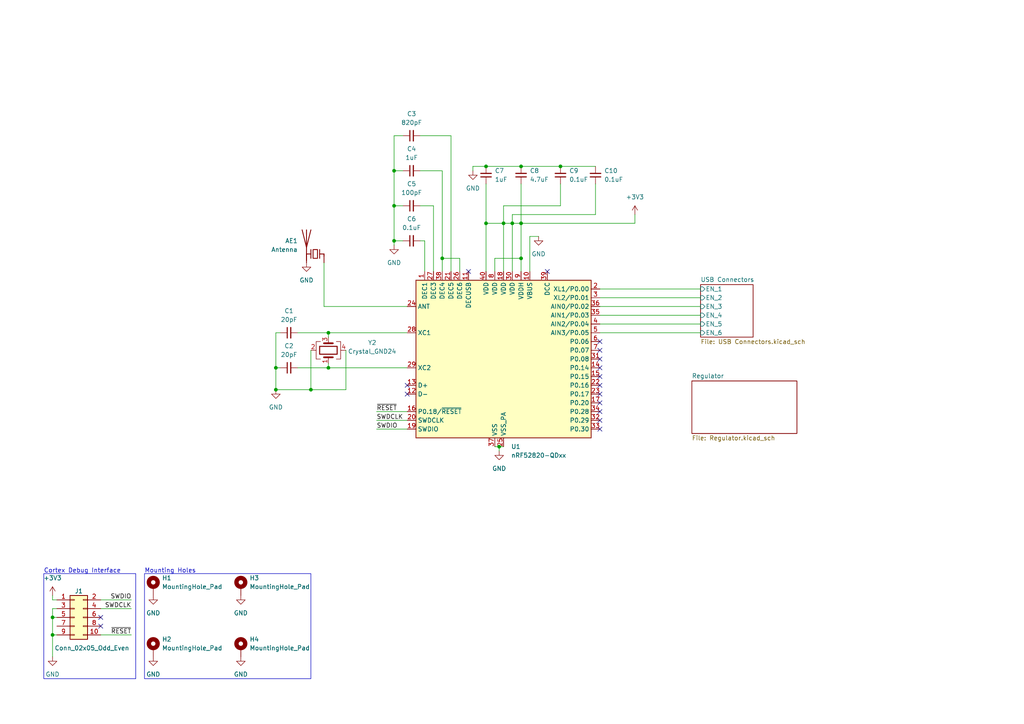
<source format=kicad_sch>
(kicad_sch (version 20230121) (generator eeschema)
  (paper "A4")
  (lib_symbols
    (symbol "Connector_Generic:Conn_02x05_Odd_Even" (pin_names (offset 1.016) hide)
      (property "Reference" "J" (at 1.27 7.62 0))
      (property "Value" "Conn_02x05_Odd_Even" (at 1.27 -7.62 0))
      (symbol "Conn_02x05_Odd_Even_1_1"
        (rectangle (start -1.27 -4.953) (end 0 -5.207) (stroke (width 0.1524)))
        (rectangle (start -1.27 -2.413) (end 0 -2.667) (stroke (width 0.1524)))
        (rectangle (start -1.27 0.127) (end 0 -0.127) (stroke (width 0.1524)))
        (rectangle (start -1.27 2.667) (end 0 2.413) (stroke (width 0.1524)))
        (rectangle (start -1.27 5.207) (end 0 4.953) (stroke (width 0.1524)))
        (rectangle (start -1.27 6.35) (end 3.81 -6.35) (stroke (width 0.254)) (fill (type background)))
        (rectangle (start 3.81 -4.953) (end 2.54 -5.207) (stroke (width 0.1524)))
        (rectangle (start 3.81 -2.413) (end 2.54 -2.667) (stroke (width 0.1524)))
        (rectangle (start 3.81 0.127) (end 2.54 -0.127) (stroke (width 0.1524)))
        (rectangle (start 3.81 2.667) (end 2.54 2.413) (stroke (width 0.1524)))
        (rectangle (start 3.81 5.207) (end 2.54 4.953) (stroke (width 0.1524)))
        (pin passive line (at -5.08 5.08 0) (length 3.81) (name "Pin_1") (number "1"))
        (pin passive line (at 7.62 -5.08 180) (length 3.81) (name "Pin_10") (number "10"))
        (pin passive line (at 7.62 5.08 180) (length 3.81) (name "Pin_2") (number "2"))
        (pin passive line (at -5.08 2.54 0) (length 3.81) (name "Pin_3") (number "3"))
        (pin passive line (at 7.62 2.54 180) (length 3.81) (name "Pin_4") (number "4"))
        (pin passive line (at -5.08 0 0) (length 3.81) (name "Pin_5") (number "5"))
        (pin passive line (at 7.62 0 180) (length 3.81) (name "Pin_6") (number "6"))
        (pin passive line (at -5.08 -2.54 0) (length 3.81) (name "Pin_7") (number "7"))
        (pin passive line (at 7.62 -2.54 180) (length 3.81) (name "Pin_8") (number "8"))
        (pin passive line (at -5.08 -5.08 0) (length 3.81) (name "Pin_9") (number "9"))
      )
    )
    (symbol "Device:Antenna_Chip" (pin_numbers hide) (pin_names (offset 1.016) hide)
      (property "Reference" "AE" (at 0 5.08 0))
      (property "Value" "Antenna_Chip" (at 0 3.175 0))
      (symbol "Antenna_Chip_0_1"
        (polyline (pts (xy -2.54 0) (xy -2.54 -0.635)) (stroke (width 0.254)))
        (polyline (pts (xy -2.54 0) (xy -1.27 0)) (stroke (width 0.254)))
        (polyline (pts (xy 1.27 0) (xy 2.54 0)) (stroke (width 0.254)))
        (polyline (pts (xy 1.27 1.27) (xy 1.27 -1.27)) (stroke (width 0.254)))
        (polyline (pts (xy 2.54 -0.635) (xy 2.54 0)))
        (polyline (pts (xy 2.54 6.985) (xy 2.54 -1.905)) (stroke (width 0.254)))
        (polyline (pts (xy -1.27 1.27) (xy -1.27 -1.27) (xy -1.27 0)) (stroke (width 0.254)))
        (polyline (pts (xy 3.81 6.985) (xy 2.54 1.905) (xy 1.27 6.985)) (stroke (width 0.254)))
        (polyline (pts (xy -0.635 1.27) (xy 0.635 1.27) (xy 0.635 -1.27) (xy -0.635 -1.27) (xy -0.635 1.27)) (stroke (width 0.254)))
      )
      (symbol "Antenna_Chip_1_1"
        (pin input line (at -2.54 -2.54 90) (length 2.54) (name "FEED") (number "1"))
        (pin passive line (at 2.54 -2.54 90) (length 2.54) (name "PCB_Trace") (number "2"))
      )
    )
    (symbol "Device:C_Small" (pin_numbers hide) (pin_names (offset 0.254) hide)
      (property "Reference" "C" (at 0.254 1.778 0))
      (property "Value" "C_Small" (at 0.254 -2.032 0))
      (symbol "C_Small_0_1"
        (polyline (pts (xy -1.524 -0.508) (xy 1.524 -0.508)) (stroke (width 0.3302)))
        (polyline (pts (xy -1.524 0.508) (xy 1.524 0.508)) (stroke (width 0.3048)))
      )
      (symbol "C_Small_1_1"
        (pin passive line (at 0 2.54 270) (length 2.032) (name "~") (number "1"))
        (pin passive line (at 0 -2.54 90) (length 2.032) (name "~") (number "2"))
      )
    )
    (symbol "Device:Crystal_GND24" (pin_names (offset 1.016) hide)
      (property "Reference" "Y" (at 3.175 5.08 0))
      (property "Value" "Crystal_GND24" (at 3.175 3.175 0))
      (symbol "Crystal_GND24_0_1"
        (rectangle (start -1.143 2.54) (end 1.143 -2.54) (stroke (width 0.3048)))
        (polyline (pts (xy -2.54 0) (xy -2.032 0)))
        (polyline (pts (xy -2.032 -1.27) (xy -2.032 1.27)) (stroke (width 0.508)))
        (polyline (pts (xy 0 -3.81) (xy 0 -3.556)))
        (polyline (pts (xy 0 3.556) (xy 0 3.81)))
        (polyline (pts (xy 2.032 -1.27) (xy 2.032 1.27)) (stroke (width 0.508)))
        (polyline (pts (xy 2.032 0) (xy 2.54 0)))
        (polyline (pts (xy -2.54 -2.286) (xy -2.54 -3.556) (xy 2.54 -3.556) (xy 2.54 -2.286)))
        (polyline (pts (xy -2.54 2.286) (xy -2.54 3.556) (xy 2.54 3.556) (xy 2.54 2.286)))
      )
      (symbol "Crystal_GND24_1_1"
        (pin passive line (at -3.81 0 0) (length 1.27) (name "1") (number "1"))
        (pin passive line (at 0 5.08 270) (length 1.27) (name "2") (number "2"))
        (pin passive line (at 3.81 0 180) (length 1.27) (name "3") (number "3"))
        (pin passive line (at 0 -5.08 90) (length 1.27) (name "4") (number "4"))
      )
    )
    (symbol "MCU_Nordic:nRF52820-QDxx"
      (property "Reference" "U" (at -2.54 0 0))
      (property "Value" "nRF52820-QDxx" (at -2.54 -2.54 0))
      (symbol "nRF52820-QDxx_0_1"
        (rectangle (start -25.4 22.86) (end 25.4 -22.86) (stroke (width 0.254)) (fill (type background)))
      )
      (symbol "nRF52820-QDxx_1_1"
        (pin passive line (at -22.86 25.4 270) (length 2.54) (name "DEC1") (number "1"))
        (pin power_in line (at 7.62 25.4 270) (length 2.54) (name "VBUS") (number "10"))
        (pin passive line (at -10.16 25.4 270) (length 2.54) (name "DECUSB") (number "11"))
        (pin bidirectional line (at -27.94 -10.16 0) (length 2.54) (name "D-") (number "12"))
        (pin bidirectional line (at -27.94 -7.62 0) (length 2.54) (name "D+") (number "13"))
        (pin bidirectional line (at 27.94 -2.54 180) (length 2.54) (name "P0.14") (number "14"))
        (pin bidirectional line (at 27.94 -5.08 180) (length 2.54) (name "P0.15") (number "15"))
        (pin bidirectional line (at -27.94 -15.24 0) (length 2.54) (name "P0.18/~{RESET}") (number "16"))
        (pin bidirectional line (at 27.94 -12.7 180) (length 2.54) (name "P0.20") (number "17"))
        (pin power_in line (at 0 25.4 270) (length 2.54) (name "VDD") (number "18"))
        (pin bidirectional line (at -27.94 -20.32 0) (length 2.54) (name "SWDIO") (number "19"))
        (pin bidirectional line (at 27.94 20.32 180) (length 2.54) (name "XL1/P0.00") (number "2"))
        (pin input line (at -27.94 -17.78 0) (length 2.54) (name "SWDCLK") (number "20"))
        (pin passive line (at -15.24 25.4 270) (length 2.54) (name "DEC5") (number "21"))
        (pin bidirectional line (at 27.94 -7.62 180) (length 2.54) (name "P0.16") (number "22"))
        (pin bidirectional line (at 27.94 -10.16 180) (length 2.54) (name "P0.17") (number "23"))
        (pin passive line (at -27.94 15.24 0) (length 2.54) (name "ANT") (number "24"))
        (pin power_in line (at 0 -25.4 90) (length 2.54) (name "VSS_PA") (number "25"))
        (pin passive line (at -12.7 25.4 270) (length 2.54) (name "DEC6") (number "26"))
        (pin passive line (at -20.32 25.4 270) (length 2.54) (name "DEC3") (number "27"))
        (pin input line (at -27.94 7.62 0) (length 2.54) (name "XC1") (number "28"))
        (pin input line (at -27.94 -2.54 0) (length 2.54) (name "XC2") (number "29"))
        (pin bidirectional line (at 27.94 17.78 180) (length 2.54) (name "XL2/P0.01") (number "3"))
        (pin power_in line (at 2.54 25.4 270) (length 2.54) (name "VDD") (number "30"))
        (pin bidirectional line (at 27.94 0 180) (length 2.54) (name "P0.08") (number "31"))
        (pin bidirectional line (at 27.94 -17.78 180) (length 2.54) (name "P0.29") (number "32"))
        (pin bidirectional line (at 27.94 -20.32 180) (length 2.54) (name "P0.30") (number "33"))
        (pin bidirectional line (at 27.94 -15.24 180) (length 2.54) (name "P0.28") (number "34"))
        (pin bidirectional line (at 27.94 12.7 180) (length 2.54) (name "AIN1/P0.03") (number "35"))
        (pin bidirectional line (at 27.94 15.24 180) (length 2.54) (name "AIN0/P0.02") (number "36"))
        (pin power_in line (at -2.54 -25.4 90) (length 2.54) (name "VSS") (number "37"))
        (pin passive line (at -17.78 25.4 270) (length 2.54) (name "DEC4") (number "38"))
        (pin power_out line (at 12.7 25.4 270) (length 2.54) (name "DCC") (number "39"))
        (pin bidirectional line (at 27.94 10.16 180) (length 2.54) (name "AIN2/P0.04") (number "4"))
        (pin power_in line (at -5.08 25.4 270) (length 2.54) (name "VDD") (number "40"))
        (pin passive line (at -2.54 -25.4 90) (length 2.54) hide (name "VSS") (number "41"))
        (pin bidirectional line (at 27.94 7.62 180) (length 2.54) (name "AIN3/P0.05") (number "5"))
        (pin bidirectional line (at 27.94 5.08 180) (length 2.54) (name "P0.06") (number "6"))
        (pin bidirectional line (at 27.94 2.54 180) (length 2.54) (name "P0.07") (number "7"))
        (pin power_in line (at -2.54 25.4 270) (length 2.54) (name "VDD") (number "8"))
        (pin power_in line (at 5.08 25.4 270) (length 2.54) (name "VDDH") (number "9"))
      )
    )
    (symbol "Mechanical:MountingHole_Pad" (pin_numbers hide) (pin_names (offset 1.016) hide)
      (property "Reference" "H" (at 0 6.35 0))
      (property "Value" "MountingHole_Pad" (at 0 4.445 0))
      (symbol "MountingHole_Pad_0_1"
        (circle (center 0 1.27) (radius 1.27) (stroke (width 1.27)))
      )
      (symbol "MountingHole_Pad_1_1"
        (pin input line (at 0 -2.54 90) (length 2.54) (name "1") (number "1"))
      )
    )
    (symbol "power:+3V3" (power) (pin_names (offset 0))
      (property "Value" "+3V3" (at 0 3.556 0))
      (symbol "+3V3_0_1"
        (polyline (pts (xy -0.762 1.27) (xy 0 2.54)))
        (polyline (pts (xy 0 0) (xy 0 2.54)))
        (polyline (pts (xy 0 2.54) (xy 0.762 1.27)))
      )
      (symbol "+3V3_1_1"
        (pin power_in line (at 0 0 90) (length 0) hide (name "+3V3") (number "1"))
      )
    )
    (symbol "power:GND" (power) (pin_names (offset 0))
      (property "Value" "GND" (at 0 -3.81 0))
      (symbol "GND_0_1"
        (polyline (pts (xy 0 0) (xy 0 -1.27) (xy 1.27 -1.27) (xy 0 -2.54) (xy -1.27 -1.27) (xy 0 -1.27)))
      )
      (symbol "GND_1_1"
        (pin power_in line (at 0 0 270) (length 0) hide (name "GND") (number "1"))
      )
    )
  )
  (junction (at 95.25 96.52))
  (junction (at 114.3 69.85))
  (junction (at 114.3 49.53))
  (junction (at 95.25 106.68))
  (junction (at 144.78 129.54))
  (junction (at 140.97 64.77))
  (junction (at 114.3 59.69))
  (junction (at 80.01 113.03))
  (junction (at 15.24 184.15))
  (junction (at 148.59 64.77))
  (junction (at 15.24 179.07))
  (junction (at 151.13 48.26))
  (junction (at 140.97 48.26))
  (junction (at 151.13 74.93))
  (junction (at 146.05 64.77))
  (junction (at 162.56 48.26))
  (junction (at 128.27 74.93))
  (junction (at 80.01 106.68))
  (junction (at 151.13 64.77))
  (junction (at 90.17 113.03))
  (no_connect (at 118.11 111.76))
  (no_connect (at 29.21 179.07))
  (no_connect (at 29.21 181.61))
  (no_connect (at 135.89 78.74))
  (no_connect (at 173.99 114.3))
  (no_connect (at 173.99 99.06))
  (no_connect (at 173.99 104.14))
  (no_connect (at 173.99 119.38))
  (no_connect (at 158.75 78.74))
  (no_connect (at 173.99 121.92))
  (no_connect (at 173.99 116.84))
  (no_connect (at 173.99 101.6))
  (no_connect (at 173.99 109.22))
  (no_connect (at 173.99 111.76))
  (no_connect (at 173.99 124.46))
  (no_connect (at 118.11 114.3))
  (no_connect (at 173.99 106.68))
  (wire (pts (xy 38.1 184.15) (xy 29.21 184.15)))
  (wire (pts (xy 151.13 48.26) (xy 162.56 48.26)))
  (wire (pts (xy 140.97 64.77) (xy 140.97 78.74)))
  (wire (pts (xy 15.24 179.07) (xy 15.24 184.15)))
  (wire (pts (xy 95.25 96.52) (xy 95.25 97.79)))
  (wire (pts (xy 114.3 49.53) (xy 114.3 59.69)))
  (wire (pts (xy 148.59 78.74) (xy 148.59 64.77)))
  (wire (pts (xy 95.25 106.68) (xy 118.11 106.68)))
  (wire (pts (xy 16.51 176.53) (xy 15.24 176.53)))
  (wire (pts (xy 173.99 83.82) (xy 203.2 83.82)))
  (wire (pts (xy 144.78 129.54) (xy 144.78 130.81)))
  (wire (pts (xy 15.24 184.15) (xy 16.51 184.15)))
  (wire (pts (xy 114.3 69.85) (xy 116.84 69.85)))
  (wire (pts (xy 162.56 48.26) (xy 172.72 48.26)))
  (wire (pts (xy 15.24 184.15) (xy 15.24 190.5)))
  (wire (pts (xy 140.97 48.26) (xy 137.16 48.26)))
  (wire (pts (xy 125.73 59.69) (xy 125.73 78.74)))
  (wire (pts (xy 109.22 121.92) (xy 118.11 121.92)))
  (wire (pts (xy 128.27 49.53) (xy 128.27 74.93)))
  (wire (pts (xy 148.59 62.23) (xy 172.72 62.23)))
  (wire (pts (xy 95.25 96.52) (xy 118.11 96.52)))
  (wire (pts (xy 80.01 96.52) (xy 81.28 96.52)))
  (wire (pts (xy 137.16 48.26) (xy 137.16 49.53)))
  (wire (pts (xy 15.24 173.99) (xy 15.24 172.72)))
  (wire (pts (xy 80.01 106.68) (xy 80.01 113.03)))
  (wire (pts (xy 38.1 176.53) (xy 29.21 176.53)))
  (wire (pts (xy 121.92 39.37) (xy 130.81 39.37)))
  (wire (pts (xy 148.59 64.77) (xy 148.59 62.23)))
  (wire (pts (xy 93.98 88.9) (xy 93.98 76.2)))
  (wire (pts (xy 109.22 124.46) (xy 118.11 124.46)))
  (wire (pts (xy 173.99 88.9) (xy 203.2 88.9)))
  (wire (pts (xy 109.22 119.38) (xy 118.11 119.38)))
  (wire (pts (xy 140.97 64.77) (xy 146.05 64.77)))
  (wire (pts (xy 114.3 59.69) (xy 116.84 59.69)))
  (wire (pts (xy 90.17 113.03) (xy 100.33 113.03)))
  (wire (pts (xy 173.99 91.44) (xy 203.2 91.44)))
  (wire (pts (xy 144.78 129.54) (xy 146.05 129.54)))
  (wire (pts (xy 80.01 106.68) (xy 81.28 106.68)))
  (wire (pts (xy 143.51 74.93) (xy 151.13 74.93)))
  (wire (pts (xy 146.05 59.69) (xy 162.56 59.69)))
  (wire (pts (xy 38.1 173.99) (xy 29.21 173.99)))
  (wire (pts (xy 15.24 176.53) (xy 15.24 179.07)))
  (wire (pts (xy 116.84 39.37) (xy 114.3 39.37)))
  (wire (pts (xy 146.05 78.74) (xy 146.05 64.77)))
  (wire (pts (xy 114.3 69.85) (xy 114.3 71.12)))
  (wire (pts (xy 80.01 96.52) (xy 80.01 106.68)))
  (wire (pts (xy 143.51 78.74) (xy 143.51 74.93)))
  (wire (pts (xy 146.05 64.77) (xy 148.59 64.77)))
  (wire (pts (xy 173.99 86.36) (xy 203.2 86.36)))
  (wire (pts (xy 151.13 53.34) (xy 151.13 64.77)))
  (wire (pts (xy 146.05 64.77) (xy 146.05 59.69)))
  (wire (pts (xy 173.99 93.98) (xy 203.2 93.98)))
  (wire (pts (xy 184.15 62.23) (xy 184.15 64.77)))
  (wire (pts (xy 86.36 96.52) (xy 95.25 96.52)))
  (wire (pts (xy 153.67 78.74) (xy 153.67 68.58)))
  (wire (pts (xy 153.67 68.58) (xy 156.21 68.58)))
  (wire (pts (xy 151.13 64.77) (xy 184.15 64.77)))
  (wire (pts (xy 128.27 78.74) (xy 128.27 74.93)))
  (wire (pts (xy 143.51 129.54) (xy 144.78 129.54)))
  (wire (pts (xy 148.59 64.77) (xy 151.13 64.77)))
  (wire (pts (xy 114.3 59.69) (xy 114.3 69.85)))
  (wire (pts (xy 123.19 69.85) (xy 121.92 69.85)))
  (wire (pts (xy 151.13 74.93) (xy 151.13 78.74)))
  (wire (pts (xy 114.3 39.37) (xy 114.3 49.53)))
  (wire (pts (xy 114.3 49.53) (xy 116.84 49.53)))
  (wire (pts (xy 15.24 179.07) (xy 16.51 179.07)))
  (wire (pts (xy 151.13 64.77) (xy 151.13 74.93)))
  (wire (pts (xy 123.19 78.74) (xy 123.19 69.85)))
  (wire (pts (xy 162.56 59.69) (xy 162.56 53.34)))
  (wire (pts (xy 140.97 48.26) (xy 151.13 48.26)))
  (wire (pts (xy 118.11 88.9) (xy 93.98 88.9)))
  (wire (pts (xy 173.99 96.52) (xy 203.2 96.52)))
  (wire (pts (xy 130.81 39.37) (xy 130.81 78.74)))
  (wire (pts (xy 95.25 105.41) (xy 95.25 106.68)))
  (wire (pts (xy 128.27 74.93) (xy 133.35 74.93)))
  (wire (pts (xy 90.17 113.03) (xy 90.17 101.6)))
  (wire (pts (xy 86.36 106.68) (xy 95.25 106.68)))
  (wire (pts (xy 100.33 113.03) (xy 100.33 101.6)))
  (wire (pts (xy 172.72 62.23) (xy 172.72 53.34)))
  (wire (pts (xy 140.97 53.34) (xy 140.97 64.77)))
  (wire (pts (xy 15.24 173.99) (xy 16.51 173.99)))
  (wire (pts (xy 80.01 113.03) (xy 90.17 113.03)))
  (wire (pts (xy 121.92 49.53) (xy 128.27 49.53)))
  (wire (pts (xy 121.92 59.69) (xy 125.73 59.69)))
  (wire (pts (xy 133.35 74.93) (xy 133.35 78.74)))
  (rectangle (start 12.7 166.37) (end 39.37 196.85))
  (rectangle (start 41.91 166.37) (end 90.17 196.85))
  (text "Cortex Debug Interface" (at 12.7 166.37 0) (effects (font (size 1.27 1.27)) (justify left bottom)))
  (text "Mounting Holes" (at 41.91 166.37 0) (effects (font (size 1.27 1.27)) (justify left bottom)))
  (label "~{RESET}" (at 38.1 184.15 180))
  (label "SWDIO" (at 38.1 173.99 180))
  (label "SWDCLK" (at 38.1 176.53 180))
  (label "SWDCLK" (at 109.22 121.92 0))
  (label "~{RESET}" (at 109.22 119.38 0))
  (label "SWDIO" (at 109.22 124.46 0))
  (symbol (lib_id "Mechanical:MountingHole_Pad") (at 69.85 187.96 0) (unit 1)
    (property "Reference" "H4" (at 72.39 185.42 0) (effects (justify left)))
    (property "Value" "MountingHole_Pad" (at 72.39 187.96 0) (effects (justify left)))
    (property "Footprint" "MountingHole:MountingHole_3.2mm_M3_ISO14580_Pad" (effects hide))
  )
  (symbol (lib_id "Device:C_Small") (at 151.13 50.8 180) (unit 1)
    (property "Reference" "C8" (at 153.67 49.5236 0) (effects (justify right)))
    (property "Value" "4.7uF" (at 153.67 52.0636 0) (effects (justify right)))
    (property "Footprint" "Capacitor_SMD:C_0603_1608Metric" (effects hide))
  )
  (symbol (lib_id "Device:Antenna_Chip") (at 91.44 73.66 0) (mirror y) (unit 1)
    (property "Reference" "AE1" (at 86.36 69.85 0) (effects (justify left)))
    (property "Value" "Antenna" (at 86.36 72.39 0) (effects (justify left)))
    (property "Footprint" "RF_Antenna:Texas_SWRA117D_2.4GHz_Right" (effects hide))
  )
  (symbol (lib_id "Device:Crystal_GND24") (at 95.25 101.6 90) (unit 1)
    (property "Reference" "Y2" (at 107.95 99.3841 90))
    (property "Value" "Crystal_GND24" (at 107.95 101.9241 90))
    (property "Footprint" "Crystal:Crystal_SMD_3225-4Pin_3.2x2.5mm" (effects hide))
  )
  (symbol (lib_id "power:GND") (at 80.01 113.03 0) (unit 1)
    (property "Reference" "#PWR07" (effects hide))
    (property "Value" "GND" (at 80.01 118.11 0))
  )
  (symbol (lib_id "power:GND") (at 114.3 71.12 0) (unit 1)
    (property "Reference" "#PWR09" (effects hide))
    (property "Value" "GND" (at 114.3 76.2 0))
  )
  (symbol (lib_id "power:GND") (at 44.45 190.5 0) (unit 1)
    (property "Reference" "#PWR04" (effects hide))
    (property "Value" "GND" (at 44.45 195.58 0))
  )
  (symbol (lib_id "power:GND") (at 44.45 172.72 0) (unit 1)
    (property "Reference" "#PWR03" (effects hide))
    (property "Value" "GND" (at 44.45 177.8 0))
  )
  (symbol (lib_id "power:GND") (at 15.24 190.5 0) (unit 1)
    (property "Reference" "#PWR02" (effects hide))
    (property "Value" "GND" (at 15.24 195.58 0))
  )
  (symbol (lib_id "power:GND") (at 137.16 49.53 0) (unit 1)
    (property "Reference" "#PWR010" (effects hide))
    (property "Value" "GND" (at 137.16 54.61 0))
  )
  (symbol (lib_id "Device:C_Small") (at 140.97 50.8 180) (unit 1)
    (property "Reference" "C7" (at 143.51 49.5236 0) (effects (justify right)))
    (property "Value" "1uF" (at 143.51 52.0636 0) (effects (justify right)))
    (property "Footprint" "Capacitor_SMD:C_0603_1608Metric" (effects hide))
  )
  (symbol (lib_id "power:GND") (at 88.9 76.2 0) (unit 1)
    (property "Reference" "#PWR08" (effects hide))
    (property "Value" "GND" (at 88.9 81.28 0))
  )
  (symbol (lib_id "Device:C_Small") (at 172.72 50.8 180) (unit 1)
    (property "Reference" "C10" (at 175.26 49.5236 0) (effects (justify right)))
    (property "Value" "0.1uF" (at 175.26 52.0636 0) (effects (justify right)))
    (property "Footprint" "Capacitor_SMD:C_0603_1608Metric" (effects hide))
  )
  (symbol (lib_id "Device:C_Small") (at 162.56 50.8 180) (unit 1)
    (property "Reference" "C9" (at 165.1 49.5236 0) (effects (justify right)))
    (property "Value" "0.1uF" (at 165.1 52.0636 0) (effects (justify right)))
    (property "Footprint" "Capacitor_SMD:C_0603_1608Metric" (effects hide))
  )
  (symbol (lib_id "Mechanical:MountingHole_Pad") (at 69.85 170.18 0) (unit 1)
    (property "Reference" "H3" (at 72.39 167.64 0) (effects (justify left)))
    (property "Value" "MountingHole_Pad" (at 72.39 170.18 0) (effects (justify left)))
    (property "Footprint" "MountingHole:MountingHole_3.2mm_M3_ISO14580_Pad" (effects hide))
  )
  (symbol (lib_id "MCU_Nordic:nRF52820-QDxx") (at 146.05 104.14 0) (unit 1)
    (property "Reference" "U1" (at 148.2441 129.54 0) (effects (justify left)))
    (property "Value" "nRF52820-QDxx" (at 148.2441 132.08 0) (effects (justify left)))
    (property "Footprint" "Package_DFN_QFN:QFN-40-1EP_5x5mm_P0.4mm_EP3.6x3.6mm" (effects hide))
    (property "Datasheet" "https://infocenter.nordicsemi.com/pdf/nRF52820_PS_v1.0.pdf" (effects hide))
  )
  (symbol (lib_id "Device:C_Small") (at 119.38 49.53 90) (unit 1)
    (property "Reference" "C4" (at 119.3863 43.18 90))
    (property "Value" "1uF" (at 119.3863 45.72 90))
    (property "Footprint" "Capacitor_SMD:C_0603_1608Metric" (effects hide))
  )
  (symbol (lib_id "power:GND") (at 156.21 68.58 0) (unit 1)
    (property "Reference" "#PWR012" (effects hide))
    (property "Value" "GND" (at 156.21 73.66 0))
  )
  (symbol (lib_id "Mechanical:MountingHole_Pad") (at 44.45 187.96 0) (unit 1)
    (property "Reference" "H2" (at 46.99 185.42 0) (effects (justify left)))
    (property "Value" "MountingHole_Pad" (at 46.99 187.96 0) (effects (justify left)))
    (property "Footprint" "MountingHole:MountingHole_3.2mm_M3_ISO14580_Pad" (effects hide))
  )
  (symbol (lib_id "Device:C_Small") (at 119.38 39.37 90) (unit 1)
    (property "Reference" "C3" (at 119.3863 33.02 90))
    (property "Value" "820pF" (at 119.3863 35.56 90))
    (property "Footprint" "Capacitor_SMD:C_0603_1608Metric" (effects hide))
  )
  (symbol (lib_id "power:GND") (at 144.78 130.81 0) (unit 1)
    (property "Reference" "#PWR011" (effects hide))
    (property "Value" "GND" (at 144.78 135.89 0))
  )
  (symbol (lib_id "Mechanical:MountingHole_Pad") (at 44.45 170.18 0) (unit 1)
    (property "Reference" "H1" (at 46.99 167.64 0) (effects (justify left)))
    (property "Value" "MountingHole_Pad" (at 46.99 170.18 0) (effects (justify left)))
    (property "Footprint" "MountingHole:MountingHole_3.2mm_M3_ISO14580_Pad" (effects hide))
  )
  (symbol (lib_id "power:+3V3") (at 184.15 62.23 0) (unit 1)
    (property "Reference" "#PWR034" (effects hide))
    (property "Value" "+3V3" (at 184.15 57.15 0))
  )
  (symbol (lib_id "Connector_Generic:Conn_02x05_Odd_Even") (at 21.59 179.07 0) (unit 1)
    (property "Reference" "J1" (at 22.86 171.45 0))
    (property "Value" "Conn_02x05_Odd_Even" (at 26.67 187.96 0))
    (property "Footprint" "Connector_PinHeader_1.27mm:PinHeader_2x05_P1.27mm_Vertical" (effects hide))
  )
  (symbol (lib_id "power:+3V3") (at 15.24 172.72 0) (unit 1)
    (property "Reference" "#PWR01" (effects hide))
    (property "Value" "+3V3" (at 15.24 167.64 0))
  )
  (symbol (lib_id "power:GND") (at 69.85 190.5 0) (unit 1)
    (property "Reference" "#PWR06" (effects hide))
    (property "Value" "GND" (at 69.85 195.58 0))
  )
  (symbol (lib_id "Device:C_Small") (at 83.82 96.52 90) (unit 1)
    (property "Reference" "C1" (at 83.8263 90.17 90))
    (property "Value" "20pF" (at 83.8263 92.71 90))
    (property "Footprint" "Capacitor_SMD:C_0603_1608Metric" (effects hide))
  )
  (symbol (lib_id "Device:C_Small") (at 83.82 106.68 90) (unit 1)
    (property "Reference" "C2" (at 83.8263 100.33 90))
    (property "Value" "20pF" (at 83.8263 102.87 90))
    (property "Footprint" "Capacitor_SMD:C_0603_1608Metric" (effects hide))
  )
  (symbol (lib_id "power:GND") (at 69.85 172.72 0) (unit 1)
    (property "Reference" "#PWR05" (effects hide))
    (property "Value" "GND" (at 69.85 177.8 0))
  )
  (symbol (lib_id "Device:C_Small") (at 119.38 59.69 90) (unit 1)
    (property "Reference" "C5" (at 119.3863 53.34 90))
    (property "Value" "100pF" (at 119.3863 55.88 90))
    (property "Footprint" "Capacitor_SMD:C_0603_1608Metric" (effects hide))
  )
  (symbol (lib_id "Device:C_Small") (at 119.38 69.85 90) (unit 1)
    (property "Reference" "C6" (at 119.3863 63.5 90))
    (property "Value" "0.1uF" (at 119.3863 66.04 90))
    (property "Footprint" "Capacitor_SMD:C_0603_1608Metric" (effects hide))
  )
  (sheet (at 203.2 82.55) (size 15.24 15.24) (stroke (width 0.1524))
    (property "Sheetname" "USB Connectors" (at 203.2 81.8384 0) (effects (justify left bottom)))
    (property "Sheetfile" "USB Connectors.kicad_sch" (at 203.2 98.3746 0) (effects (justify left top)))
    (pin "EN_1" input (at 203.2 83.82 180))
    (pin "EN_6" input (at 203.2 96.52 180))
    (pin "EN_2" input (at 203.2 86.36 180))
    (pin "EN_3" input (at 203.2 88.9 180))
    (pin "EN_4" input (at 203.2 91.44 180))
    (pin "EN_5" input (at 203.2 93.98 180))
  )
  (sheet (at 200.66 110.49) (size 30.48 15.24) (stroke (width 0.1524))
    (property "Sheetname" "Regulator" (at 200.66 109.7784 0) (effects (justify left bottom)))
    (property "Sheetfile" "Regulator.kicad_sch" (at 200.66 126.3146 0) (effects (justify left top)))
  )
)
</source>
